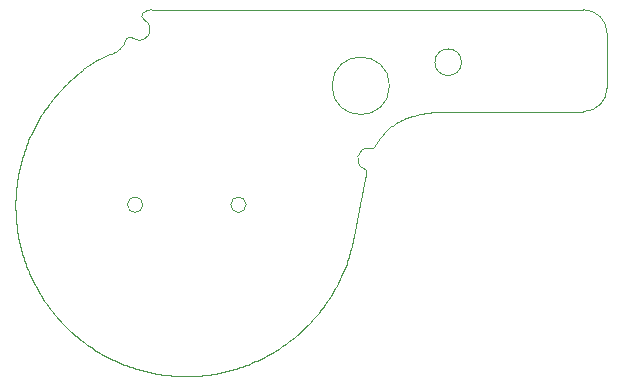
<source format=gbr>
%TF.GenerationSoftware,KiCad,Pcbnew,8.0.2*%
%TF.CreationDate,2024-10-29T11:55:49-07:00*%
%TF.ProjectId,UGC_SubStick,5547435f-5375-4625-9374-69636b2e6b69,rev?*%
%TF.SameCoordinates,Original*%
%TF.FileFunction,Profile,NP*%
%FSLAX46Y46*%
G04 Gerber Fmt 4.6, Leading zero omitted, Abs format (unit mm)*
G04 Created by KiCad (PCBNEW 8.0.2) date 2024-10-29 11:55:49*
%MOMM*%
%LPD*%
G01*
G04 APERTURE LIST*
%ADD10C,0.100000*%
%TA.AperFunction,Profile*%
%ADD11C,0.100000*%
%TD*%
G04 APERTURE END LIST*
D10*
X236182716Y-140373821D02*
X236055538Y-140523949D01*
X235930459Y-140675749D01*
X235807494Y-140829196D01*
X235686658Y-140984268D01*
X235567967Y-141140943D01*
X235451436Y-141299198D01*
X235337082Y-141459010D01*
X235224919Y-141620358D01*
X235114962Y-141783217D01*
X235007229Y-141947565D01*
X234901733Y-142113381D01*
X234798492Y-142280641D01*
X234697519Y-142449323D01*
X234598831Y-142619403D01*
X234502443Y-142790860D01*
X234408371Y-142963672D01*
X262416512Y-146875826D02*
X262413427Y-146952791D01*
X264333810Y-143213824D02*
X264429895Y-143134249D01*
X264527980Y-143057429D01*
X264628091Y-142983321D01*
X264730254Y-142911883D01*
X264834496Y-142843071D01*
X264940843Y-142776844D01*
X265049322Y-142713159D01*
X265159958Y-142651973D01*
X265272779Y-142593244D01*
X265387810Y-142536928D01*
X265505077Y-142482984D01*
X265624608Y-142431369D01*
X265746428Y-142382039D01*
X265870564Y-142334954D01*
X265997042Y-142290070D01*
X266125889Y-142247344D01*
D11*
X243517695Y-133447452D02*
G75*
G02*
X244254180Y-133176103I736505J-863848D01*
G01*
D10*
X261687781Y-150631904D02*
X261710457Y-150516931D01*
X261733133Y-150401959D01*
X261755810Y-150286987D01*
X261778486Y-150172014D01*
X261801163Y-150057042D01*
X261823839Y-149942070D01*
X261846516Y-149827098D01*
X261869192Y-149712125D01*
X261891868Y-149597153D01*
X261914545Y-149482181D01*
X261937221Y-149367208D01*
X261959898Y-149252236D01*
X261982574Y-149137264D01*
X262005251Y-149022292D01*
X262027927Y-148907319D01*
X262050604Y-148792347D01*
X262073280Y-148677375D01*
X262095956Y-148562402D01*
X262118633Y-148447430D01*
X262141309Y-148332458D01*
X262163986Y-148217486D01*
X262186662Y-148102513D01*
X262209339Y-147987541D01*
X262232015Y-147872569D01*
X262254691Y-147757596D01*
X262277368Y-147642624D01*
X262300044Y-147527652D01*
X262322721Y-147412680D01*
X262345397Y-147297707D01*
X262368074Y-147182735D01*
X262390750Y-147067763D01*
X262413427Y-146952791D01*
X262396021Y-146801576D02*
X262416512Y-146875826D01*
X233286784Y-153849988D02*
X233337572Y-154018606D01*
X233390385Y-154186499D01*
X233445214Y-154353649D01*
X233502049Y-154520039D01*
X233560881Y-154685651D01*
X233621701Y-154850469D01*
X233684501Y-155014474D01*
X233749270Y-155177650D01*
X233816001Y-155339979D01*
X233884683Y-155501444D01*
X233955308Y-155662028D01*
X234027867Y-155821712D01*
X234102351Y-155980481D01*
X234178750Y-156138317D01*
X234257055Y-156295202D01*
X234337258Y-156451119D01*
X234419350Y-156606051D01*
X234503320Y-156759980D01*
X234589161Y-156912889D01*
X234676863Y-157064761D01*
X234766416Y-157215579D01*
X234857813Y-157365325D01*
X234951044Y-157513982D01*
X235046099Y-157661532D01*
X235142970Y-157807958D01*
X235241648Y-157953244D01*
X235342123Y-158097371D01*
X235444387Y-158240323D01*
X235548430Y-158382081D01*
X235654244Y-158522629D01*
X235761819Y-158661950D01*
X235871146Y-158800026D01*
D11*
X262258094Y-146671154D02*
G75*
G02*
X262688991Y-144904221I329906J855554D01*
G01*
D10*
X245457574Y-164109906D02*
X245632542Y-164129337D01*
X245807637Y-164146625D01*
X245982838Y-164161772D01*
X246158127Y-164174779D01*
X246333484Y-164185648D01*
X246508889Y-164194379D01*
X246684323Y-164200976D01*
X246859767Y-164205438D01*
X247035202Y-164207768D01*
X247210607Y-164207967D01*
X247385963Y-164206036D01*
X247561252Y-164201978D01*
X247736453Y-164195793D01*
X247911547Y-164187483D01*
X248086515Y-164177049D01*
X248261337Y-164164494D01*
X248435994Y-164149818D01*
X248610467Y-164133023D01*
X248784736Y-164114111D01*
X248958781Y-164093083D01*
X249132584Y-164069940D01*
X249306124Y-164044684D01*
X249479383Y-164017317D01*
X249652340Y-163987840D01*
X249824978Y-163956254D01*
X249997275Y-163922561D01*
X250169213Y-163886763D01*
X250340772Y-163848861D01*
X250511934Y-163808856D01*
X250682677Y-163766750D01*
X250852984Y-163722545D01*
X251022835Y-163676242D01*
X240140130Y-162398991D02*
X240294748Y-162483421D01*
X240450298Y-162565914D01*
X240606761Y-162646462D01*
X240764117Y-162725060D01*
X240922349Y-162801703D01*
X241081438Y-162876383D01*
X241241365Y-162949096D01*
X241402112Y-163019834D01*
X241563659Y-163088593D01*
X241725989Y-163155366D01*
X241889083Y-163220147D01*
X242052923Y-163282931D01*
X242217488Y-163343711D01*
X242382762Y-163402481D01*
X242548726Y-163459236D01*
X242715360Y-163513969D01*
X242882647Y-163566675D01*
X243050567Y-163617347D01*
X243219102Y-163665980D01*
X243388234Y-163712567D01*
X243557944Y-163757103D01*
X243728213Y-163799582D01*
X243899022Y-163839997D01*
X244070354Y-163878343D01*
X244242189Y-163914614D01*
X244414510Y-163948804D01*
X244587296Y-163980907D01*
X244760531Y-164010917D01*
X244934194Y-164038827D01*
X245108268Y-164064633D01*
X245282734Y-164088328D01*
X245457574Y-164109906D01*
D11*
X243589841Y-134027633D02*
G75*
G02*
X242594506Y-135552414I-405941J-822267D01*
G01*
D10*
X266125889Y-142247344D02*
X266249270Y-142209081D01*
X266373317Y-142173045D01*
X266497816Y-142139170D01*
X266622552Y-142107389D01*
X266747309Y-142077635D01*
X266871874Y-142049843D01*
X266996031Y-142023946D01*
X267119566Y-141999877D01*
X267242264Y-141977571D01*
X267363909Y-141956960D01*
X267484288Y-141937979D01*
X267603186Y-141920561D01*
X267720387Y-141904640D01*
X267835677Y-141890149D01*
X267948841Y-141877022D01*
X268059665Y-141865192D01*
X268167934Y-141854594D01*
X268273432Y-141845161D01*
X268375945Y-141836826D01*
X268571158Y-141823185D01*
X268751854Y-141813142D01*
X268916314Y-141806165D01*
X269062822Y-141801724D01*
X269189658Y-141799286D01*
X269295104Y-141798322D01*
X269339269Y-141798227D01*
X242123835Y-135571284D02*
X242205967Y-135511104D01*
X242236854Y-135496653D01*
X242047610Y-135683234D02*
X242100747Y-135596379D01*
X242123835Y-135571284D01*
X232774982Y-148296871D02*
X232758024Y-148471931D01*
X232743210Y-148647087D01*
X232730539Y-148822319D01*
X232720008Y-148997607D01*
X232711615Y-149172932D01*
X232705359Y-149348275D01*
X232701239Y-149523616D01*
X232699251Y-149698937D01*
X232699394Y-149874217D01*
X232701667Y-150049437D01*
X232706068Y-150224578D01*
X232712594Y-150399621D01*
X232721245Y-150574545D01*
X232732018Y-150749333D01*
X232744912Y-150923964D01*
X232759924Y-151098420D01*
X232777053Y-151272680D01*
X232796297Y-151446725D01*
X232817654Y-151620537D01*
X232841123Y-151794095D01*
X232866701Y-151967381D01*
X232894387Y-152140374D01*
X232924179Y-152313056D01*
X232956076Y-152485408D01*
X232990075Y-152657409D01*
X233026174Y-152829040D01*
X233064373Y-153000283D01*
X233104668Y-153171118D01*
X233147059Y-153341525D01*
X233191543Y-153511485D01*
X233238118Y-153680979D01*
X233286784Y-153849988D01*
D11*
X252232200Y-149688518D02*
G75*
G02*
X250932200Y-149688518I-650000J0D01*
G01*
X250932200Y-149688518D02*
G75*
G02*
X252232200Y-149688518I650000J0D01*
G01*
D10*
X234408371Y-142963672D02*
X234326272Y-143119238D01*
X234246118Y-143275707D01*
X234167917Y-143433059D01*
X234091673Y-143591278D01*
X234017392Y-143750342D01*
X233945081Y-143910235D01*
X233874744Y-144070937D01*
X233806387Y-144232429D01*
X233740017Y-144394694D01*
X233675639Y-144557711D01*
X233613258Y-144721463D01*
X233552881Y-144885932D01*
X233494514Y-145051097D01*
X233438162Y-145216941D01*
X233383830Y-145383444D01*
X233331525Y-145550589D01*
X233281253Y-145718356D01*
X233233019Y-145886728D01*
X233186829Y-146055684D01*
X233142688Y-146225207D01*
X233100603Y-146395278D01*
X233060580Y-146565877D01*
X233022623Y-146736988D01*
X232986739Y-146908590D01*
X232952934Y-147080665D01*
X232921213Y-147253195D01*
X232891582Y-147426160D01*
X232864047Y-147599543D01*
X232838614Y-147773324D01*
X232815288Y-147947484D01*
X232794075Y-148122006D01*
X232774982Y-148296871D01*
D11*
X238473580Y-138230022D02*
G75*
G02*
X240757605Y-136954422I5873620J-7834378D01*
G01*
D10*
X262339918Y-146722765D02*
X262396021Y-146801576D01*
D11*
X243482200Y-149688518D02*
G75*
G02*
X242182200Y-149688518I-650000J0D01*
G01*
X242182200Y-149688518D02*
G75*
G02*
X243482200Y-149688518I650000J0D01*
G01*
D10*
X238473580Y-138230022D02*
X238317052Y-138349049D01*
X238162210Y-138470159D01*
X238009076Y-138593332D01*
X237857668Y-138718550D01*
X237708006Y-138845794D01*
X237560112Y-138975045D01*
X237414003Y-139106285D01*
X237269702Y-139239494D01*
X237127226Y-139374655D01*
X236986597Y-139511747D01*
X236847834Y-139650752D01*
X236710958Y-139791652D01*
X236575988Y-139934428D01*
X236442944Y-140079060D01*
X236311847Y-140225531D01*
X236182716Y-140373821D01*
D11*
X269339269Y-141798227D02*
X280795410Y-141798227D01*
X264367726Y-139619733D02*
G75*
G02*
X259507726Y-139619733I-2430000J0D01*
G01*
X259507726Y-139619733D02*
G75*
G02*
X264367726Y-139619733I2430000J0D01*
G01*
D10*
X259675200Y-156938683D02*
X259791384Y-156732528D01*
X259901635Y-156530678D01*
X260006201Y-156332759D01*
X260105332Y-156138401D01*
X260199277Y-155947230D01*
X260288286Y-155758876D01*
X260372609Y-155572966D01*
X260452495Y-155389129D01*
X260528195Y-155206992D01*
X260599956Y-155026184D01*
X260668031Y-154846333D01*
X260732666Y-154667067D01*
X260794114Y-154488014D01*
X260852622Y-154308802D01*
X260908441Y-154129059D01*
X260961821Y-153948414D01*
X261013010Y-153766495D01*
X261062259Y-153582929D01*
X261109817Y-153397345D01*
X261155933Y-153209372D01*
X261200858Y-153018636D01*
X261244842Y-152824767D01*
X261288132Y-152627392D01*
X261330980Y-152426139D01*
X261373635Y-152220637D01*
X261416347Y-152010514D01*
X261459364Y-151795398D01*
X261502938Y-151574916D01*
X261547316Y-151348698D01*
X261592750Y-151116371D01*
X261639488Y-150877564D01*
X261687781Y-150631904D01*
D11*
X243589841Y-134027633D02*
G75*
G02*
X243517708Y-133447468I154959J313833D01*
G01*
X280795410Y-133176111D02*
X244254180Y-133176111D01*
D10*
X251022835Y-163676242D02*
X251192382Y-163627791D01*
X251361231Y-163577303D01*
X251529366Y-163524787D01*
X251696769Y-163470250D01*
X251863422Y-163413702D01*
X252029307Y-163355152D01*
X252194407Y-163294608D01*
X252358706Y-163232079D01*
X252522184Y-163167575D01*
X252684824Y-163101103D01*
X252846610Y-163032673D01*
X253007523Y-162962293D01*
X253167546Y-162889973D01*
X253326661Y-162815721D01*
X253484852Y-162739546D01*
X253642099Y-162661456D01*
X253798387Y-162581462D01*
X253953697Y-162499570D01*
X254108011Y-162415791D01*
X254261313Y-162330133D01*
X254413584Y-162242604D01*
X254564808Y-162153214D01*
X254714967Y-162061972D01*
X254864042Y-161968886D01*
X255012017Y-161873965D01*
X255158875Y-161777218D01*
X255304596Y-161678654D01*
X255449165Y-161578281D01*
X255592564Y-161476109D01*
X255734774Y-161372146D01*
X255875779Y-161266401D01*
X256015561Y-161158883D01*
X263180662Y-144650874D02*
X263230914Y-144562357D01*
X263283444Y-144473037D01*
X263338386Y-144383047D01*
X263395877Y-144292523D01*
X263456052Y-144201600D01*
X263519046Y-144110414D01*
X263584994Y-144019100D01*
X263654032Y-143927793D01*
X263726295Y-143836628D01*
X263801918Y-143745741D01*
X263881038Y-143655267D01*
X263963788Y-143565341D01*
X264050305Y-143476098D01*
X264140724Y-143387674D01*
X264235181Y-143300204D01*
X264333810Y-143213824D01*
X235871146Y-158800026D02*
X235982125Y-158936728D01*
X236094700Y-159071994D01*
X236208856Y-159205809D01*
X236324579Y-159338162D01*
X236441853Y-159469040D01*
X236560664Y-159598430D01*
X236680996Y-159726319D01*
X236802835Y-159852695D01*
X236926165Y-159977545D01*
X237050972Y-160100857D01*
X237177241Y-160222618D01*
X237304957Y-160342816D01*
X237434105Y-160461437D01*
X237564670Y-160578470D01*
X237696636Y-160693901D01*
X237829991Y-160807718D01*
X237964717Y-160919909D01*
X238100800Y-161030460D01*
X238238226Y-161139359D01*
X238376980Y-161246594D01*
X238517046Y-161352152D01*
X238658409Y-161456020D01*
X238801056Y-161558186D01*
X238944970Y-161658636D01*
X239090137Y-161757359D01*
X239236541Y-161854343D01*
X239384169Y-161949573D01*
X239533005Y-162043038D01*
X239683034Y-162134724D01*
X239834241Y-162224621D01*
X239986611Y-162312713D01*
X240140130Y-162398991D01*
X242047610Y-135683234D02*
X242006232Y-135776070D01*
X241962596Y-135865913D01*
X263055454Y-144798380D02*
X262968467Y-144853993D01*
X262883620Y-144887307D01*
X256015561Y-161158883D02*
X256153864Y-161049789D01*
X256290754Y-160939078D01*
X256426215Y-160826764D01*
X256560236Y-160712861D01*
X256692804Y-160597385D01*
X256823905Y-160480350D01*
X256953526Y-160361771D01*
X257081654Y-160241662D01*
X257208278Y-160120039D01*
X257333382Y-159996916D01*
X257456955Y-159872308D01*
X257578984Y-159746230D01*
X257699455Y-159618697D01*
X257818355Y-159489722D01*
X257935672Y-159359322D01*
X258051393Y-159227511D01*
X258165504Y-159094304D01*
X258277992Y-158959715D01*
X258388845Y-158823759D01*
X258498050Y-158686451D01*
X258605593Y-158547806D01*
X258711462Y-158407839D01*
X258815643Y-158266564D01*
X258918124Y-158123996D01*
X259018892Y-157980150D01*
X259117933Y-157835041D01*
X259215235Y-157688683D01*
X259310785Y-157541091D01*
X259404569Y-157392281D01*
X259496575Y-157242266D01*
X259586789Y-157091061D01*
X259675200Y-156938683D01*
X242236854Y-135496653D02*
X242335685Y-135472161D01*
X242369746Y-135470518D01*
D11*
X280795410Y-133176111D02*
G75*
G02*
X282795389Y-135176111I-10J-1999989D01*
G01*
X282795410Y-139798227D02*
G75*
G02*
X280795410Y-141798210I-2000010J27D01*
G01*
X270464269Y-137621378D02*
G75*
G02*
X268214269Y-137621378I-1125000J0D01*
G01*
X268214269Y-137621378D02*
G75*
G02*
X270464269Y-137621378I1125000J0D01*
G01*
X282795410Y-139798227D02*
X282795410Y-135176111D01*
D10*
X263180662Y-144650874D02*
X263121301Y-144735348D01*
X263055454Y-144798380D01*
X241379633Y-136594202D02*
X241294140Y-136654507D01*
X241201746Y-136717378D01*
X241101231Y-136780568D01*
X240998578Y-136837926D01*
X240901134Y-136887028D01*
X240809463Y-136930488D01*
X240757606Y-136954424D01*
X242369746Y-135470518D02*
X242471230Y-135485609D01*
X242489348Y-135491654D01*
X241962596Y-135865913D02*
X241911718Y-135952899D01*
X241852520Y-136050774D01*
X241797381Y-136136732D01*
X241738470Y-136220813D01*
X241727090Y-136236165D01*
X262258094Y-146671154D02*
X262339918Y-146722765D01*
X242489348Y-135491654D02*
X242579564Y-135540519D01*
X242594525Y-135552392D01*
X241727090Y-136236165D02*
X241657701Y-136313112D01*
X241585578Y-136391605D01*
X241516463Y-136464399D01*
X241445284Y-136534927D01*
X241379633Y-136594202D01*
X262883620Y-144887307D02*
X262781025Y-144905808D01*
X262689001Y-144904134D01*
M02*

</source>
